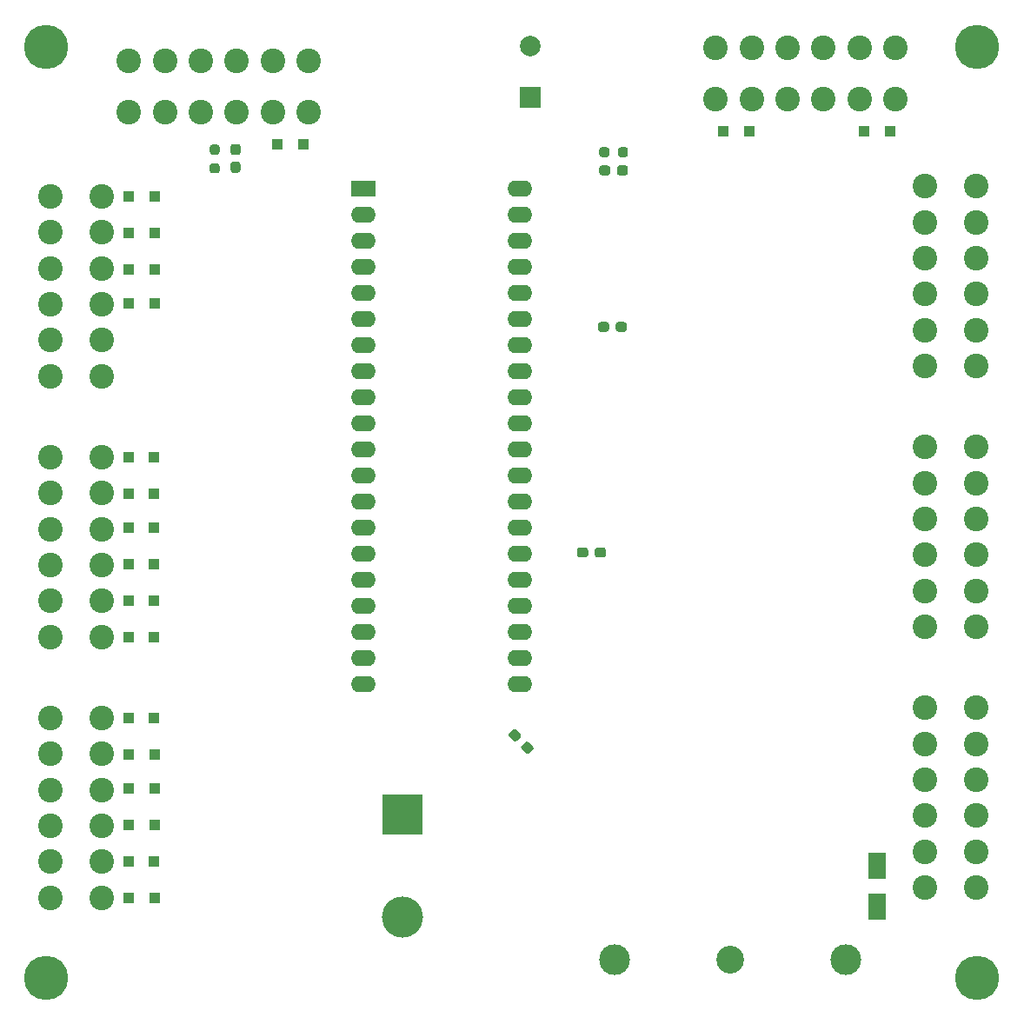
<source format=gbs>
%TF.GenerationSoftware,KiCad,Pcbnew,5.1.9+dfsg1-1*%
%TF.CreationDate,2021-12-02T00:27:29+01:00*%
%TF.ProjectId,RTMPin,52544d50-696e-42e6-9b69-6361645f7063,rev?*%
%TF.SameCoordinates,Original*%
%TF.FileFunction,Soldermask,Bot*%
%TF.FilePolarity,Negative*%
%FSLAX46Y46*%
G04 Gerber Fmt 4.6, Leading zero omitted, Abs format (unit mm)*
G04 Created by KiCad (PCBNEW 5.1.9+dfsg1-1) date 2021-12-02 00:27:29*
%MOMM*%
%LPD*%
G01*
G04 APERTURE LIST*
%ADD10C,4.300000*%
%ADD11C,2.700000*%
%ADD12C,3.000000*%
%ADD13R,1.800000X2.500000*%
%ADD14C,2.400000*%
%ADD15O,2.400000X1.600000*%
%ADD16R,2.400000X1.600000*%
%ADD17R,1.000000X1.000000*%
%ADD18C,4.000000*%
%ADD19R,4.000000X4.000000*%
%ADD20C,2.000000*%
%ADD21R,2.000000X2.000000*%
G04 APERTURE END LIST*
D10*
X84963000Y-45085000D03*
X84963000Y-135763000D03*
X175641000Y-45085000D03*
X175641000Y-135763000D03*
G36*
G01*
X139883000Y-56912500D02*
X139883000Y-57387500D01*
G75*
G02*
X139645500Y-57625000I-237500J0D01*
G01*
X139045500Y-57625000D01*
G75*
G02*
X138808000Y-57387500I0J237500D01*
G01*
X138808000Y-56912500D01*
G75*
G02*
X139045500Y-56675000I237500J0D01*
G01*
X139645500Y-56675000D01*
G75*
G02*
X139883000Y-56912500I0J-237500D01*
G01*
G37*
G36*
G01*
X141608000Y-56912500D02*
X141608000Y-57387500D01*
G75*
G02*
X141370500Y-57625000I-237500J0D01*
G01*
X140770500Y-57625000D01*
G75*
G02*
X140533000Y-57387500I0J237500D01*
G01*
X140533000Y-56912500D01*
G75*
G02*
X140770500Y-56675000I237500J0D01*
G01*
X141370500Y-56675000D01*
G75*
G02*
X141608000Y-56912500I0J-237500D01*
G01*
G37*
G36*
G01*
X131252872Y-113173748D02*
X131588748Y-112837872D01*
G75*
G02*
X131924624Y-112837872I167938J-167938D01*
G01*
X132348888Y-113262136D01*
G75*
G02*
X132348888Y-113598012I-167938J-167938D01*
G01*
X132013012Y-113933888D01*
G75*
G02*
X131677136Y-113933888I-167938J167938D01*
G01*
X131252872Y-113509624D01*
G75*
G02*
X131252872Y-113173748I167938J167938D01*
G01*
G37*
G36*
G01*
X130033112Y-111953988D02*
X130368988Y-111618112D01*
G75*
G02*
X130704864Y-111618112I167938J-167938D01*
G01*
X131129128Y-112042376D01*
G75*
G02*
X131129128Y-112378252I-167938J-167938D01*
G01*
X130793252Y-112714128D01*
G75*
G02*
X130457376Y-112714128I-167938J167938D01*
G01*
X130033112Y-112289864D01*
G75*
G02*
X130033112Y-111953988I167938J167938D01*
G01*
G37*
G36*
G01*
X138374000Y-94598500D02*
X138374000Y-94123500D01*
G75*
G02*
X138611500Y-93886000I237500J0D01*
G01*
X139211500Y-93886000D01*
G75*
G02*
X139449000Y-94123500I0J-237500D01*
G01*
X139449000Y-94598500D01*
G75*
G02*
X139211500Y-94836000I-237500J0D01*
G01*
X138611500Y-94836000D01*
G75*
G02*
X138374000Y-94598500I0J237500D01*
G01*
G37*
G36*
G01*
X136649000Y-94598500D02*
X136649000Y-94123500D01*
G75*
G02*
X136886500Y-93886000I237500J0D01*
G01*
X137486500Y-93886000D01*
G75*
G02*
X137724000Y-94123500I0J-237500D01*
G01*
X137724000Y-94598500D01*
G75*
G02*
X137486500Y-94836000I-237500J0D01*
G01*
X136886500Y-94836000D01*
G75*
G02*
X136649000Y-94598500I0J237500D01*
G01*
G37*
G36*
G01*
X140406000Y-72627500D02*
X140406000Y-72152500D01*
G75*
G02*
X140643500Y-71915000I237500J0D01*
G01*
X141243500Y-71915000D01*
G75*
G02*
X141481000Y-72152500I0J-237500D01*
G01*
X141481000Y-72627500D01*
G75*
G02*
X141243500Y-72865000I-237500J0D01*
G01*
X140643500Y-72865000D01*
G75*
G02*
X140406000Y-72627500I0J237500D01*
G01*
G37*
G36*
G01*
X138681000Y-72627500D02*
X138681000Y-72152500D01*
G75*
G02*
X138918500Y-71915000I237500J0D01*
G01*
X139518500Y-71915000D01*
G75*
G02*
X139756000Y-72152500I0J-237500D01*
G01*
X139756000Y-72627500D01*
G75*
G02*
X139518500Y-72865000I-237500J0D01*
G01*
X138918500Y-72865000D01*
G75*
G02*
X138681000Y-72627500I0J237500D01*
G01*
G37*
D11*
X151585000Y-133985000D03*
D12*
X162835000Y-133985000D03*
X140335000Y-133985000D03*
D13*
X165862000Y-124873000D03*
X165862000Y-128873000D03*
D14*
X150140000Y-50212000D03*
X157140000Y-50212000D03*
X164140000Y-50212000D03*
X153640000Y-45212000D03*
X160640000Y-45212000D03*
X167640000Y-45212000D03*
X153640000Y-50212000D03*
X160640000Y-50212000D03*
X167640000Y-50212000D03*
X150140000Y-45212000D03*
X157140000Y-45212000D03*
X164140000Y-45212000D03*
D15*
X131064000Y-58928000D03*
X115824000Y-107188000D03*
X131064000Y-61468000D03*
X115824000Y-104648000D03*
X131064000Y-64008000D03*
X115824000Y-102108000D03*
X131064000Y-66548000D03*
X115824000Y-99568000D03*
X131064000Y-69088000D03*
X115824000Y-97028000D03*
X131064000Y-71628000D03*
X115824000Y-94488000D03*
X131064000Y-74168000D03*
X115824000Y-91948000D03*
X131064000Y-76708000D03*
X115824000Y-89408000D03*
X131064000Y-79248000D03*
X115824000Y-86868000D03*
X131064000Y-81788000D03*
X115824000Y-84328000D03*
X131064000Y-84328000D03*
X115824000Y-81788000D03*
X131064000Y-86868000D03*
X115824000Y-79248000D03*
X131064000Y-89408000D03*
X115824000Y-76708000D03*
X131064000Y-91948000D03*
X115824000Y-74168000D03*
X131064000Y-94488000D03*
X115824000Y-71628000D03*
X131064000Y-97028000D03*
X115824000Y-69088000D03*
X131064000Y-99568000D03*
X115824000Y-66548000D03*
X131064000Y-102108000D03*
X115824000Y-64008000D03*
X131064000Y-104648000D03*
X115824000Y-61468000D03*
X131064000Y-107188000D03*
D16*
X115824000Y-58928000D03*
G36*
G01*
X140633000Y-55609500D02*
X140633000Y-55134500D01*
G75*
G02*
X140870500Y-54897000I237500J0D01*
G01*
X141370500Y-54897000D01*
G75*
G02*
X141608000Y-55134500I0J-237500D01*
G01*
X141608000Y-55609500D01*
G75*
G02*
X141370500Y-55847000I-237500J0D01*
G01*
X140870500Y-55847000D01*
G75*
G02*
X140633000Y-55609500I0J237500D01*
G01*
G37*
G36*
G01*
X138808000Y-55609500D02*
X138808000Y-55134500D01*
G75*
G02*
X139045500Y-54897000I237500J0D01*
G01*
X139545500Y-54897000D01*
G75*
G02*
X139783000Y-55134500I0J-237500D01*
G01*
X139783000Y-55609500D01*
G75*
G02*
X139545500Y-55847000I-237500J0D01*
G01*
X139045500Y-55847000D01*
G75*
G02*
X138808000Y-55609500I0J237500D01*
G01*
G37*
G36*
G01*
X101108500Y-56455500D02*
X101583500Y-56455500D01*
G75*
G02*
X101821000Y-56693000I0J-237500D01*
G01*
X101821000Y-57193000D01*
G75*
G02*
X101583500Y-57430500I-237500J0D01*
G01*
X101108500Y-57430500D01*
G75*
G02*
X100871000Y-57193000I0J237500D01*
G01*
X100871000Y-56693000D01*
G75*
G02*
X101108500Y-56455500I237500J0D01*
G01*
G37*
G36*
G01*
X101108500Y-54630500D02*
X101583500Y-54630500D01*
G75*
G02*
X101821000Y-54868000I0J-237500D01*
G01*
X101821000Y-55368000D01*
G75*
G02*
X101583500Y-55605500I-237500J0D01*
G01*
X101108500Y-55605500D01*
G75*
G02*
X100871000Y-55368000I0J237500D01*
G01*
X100871000Y-54868000D01*
G75*
G02*
X101108500Y-54630500I237500J0D01*
G01*
G37*
D14*
X90344000Y-77190000D03*
X90344000Y-70190000D03*
X90344000Y-63190000D03*
X85344000Y-73690000D03*
X85344000Y-66690000D03*
X85344000Y-59690000D03*
X90344000Y-73690000D03*
X90344000Y-66690000D03*
X90344000Y-59690000D03*
X85344000Y-77190000D03*
X85344000Y-70190000D03*
X85344000Y-63190000D03*
X170514000Y-109500000D03*
X170514000Y-116500000D03*
X170514000Y-123500000D03*
X175514000Y-113000000D03*
X175514000Y-120000000D03*
X175514000Y-127000000D03*
X170514000Y-113000000D03*
X170514000Y-120000000D03*
X170514000Y-127000000D03*
X175514000Y-109500000D03*
X175514000Y-116500000D03*
X175514000Y-123500000D03*
X170514000Y-84100000D03*
X170514000Y-91100000D03*
X170514000Y-98100000D03*
X175514000Y-87600000D03*
X175514000Y-94600000D03*
X175514000Y-101600000D03*
X170514000Y-87600000D03*
X170514000Y-94600000D03*
X170514000Y-101600000D03*
X175514000Y-84100000D03*
X175514000Y-91100000D03*
X175514000Y-98100000D03*
X90344000Y-102590000D03*
X90344000Y-95590000D03*
X90344000Y-88590000D03*
X85344000Y-99090000D03*
X85344000Y-92090000D03*
X85344000Y-85090000D03*
X90344000Y-99090000D03*
X90344000Y-92090000D03*
X90344000Y-85090000D03*
X85344000Y-102590000D03*
X85344000Y-95590000D03*
X85344000Y-88590000D03*
X170514000Y-58700000D03*
X170514000Y-65700000D03*
X170514000Y-72700000D03*
X175514000Y-62200000D03*
X175514000Y-69200000D03*
X175514000Y-76200000D03*
X170514000Y-62200000D03*
X170514000Y-69200000D03*
X170514000Y-76200000D03*
X175514000Y-58700000D03*
X175514000Y-65700000D03*
X175514000Y-72700000D03*
X90344000Y-127990000D03*
X90344000Y-120990000D03*
X90344000Y-113990000D03*
X85344000Y-124490000D03*
X85344000Y-117490000D03*
X85344000Y-110490000D03*
X90344000Y-124490000D03*
X90344000Y-117490000D03*
X90344000Y-110490000D03*
X85344000Y-127990000D03*
X85344000Y-120990000D03*
X85344000Y-113990000D03*
X92990000Y-51482000D03*
X99990000Y-51482000D03*
X106990000Y-51482000D03*
X96490000Y-46482000D03*
X103490000Y-46482000D03*
X110490000Y-46482000D03*
X96490000Y-51482000D03*
X103490000Y-51482000D03*
X110490000Y-51482000D03*
X92990000Y-46482000D03*
X99990000Y-46482000D03*
X106990000Y-46482000D03*
D17*
X95484000Y-70104000D03*
X92984000Y-70104000D03*
X95484000Y-66802000D03*
X92984000Y-66802000D03*
X95504000Y-63246000D03*
X93004000Y-63246000D03*
X95504000Y-59690000D03*
X93004000Y-59690000D03*
X150916000Y-53340000D03*
X153416000Y-53340000D03*
X164632000Y-53340000D03*
X167132000Y-53340000D03*
X95464000Y-102616000D03*
X92964000Y-102616000D03*
X95464000Y-99060000D03*
X92964000Y-99060000D03*
X95464000Y-95504000D03*
X92964000Y-95504000D03*
X95464000Y-91948000D03*
X92964000Y-91948000D03*
X95464000Y-88646000D03*
X92964000Y-88646000D03*
X95464000Y-85090000D03*
X92964000Y-85090000D03*
X95484000Y-128016000D03*
X92984000Y-128016000D03*
X95464000Y-124460000D03*
X92964000Y-124460000D03*
X95484000Y-120904000D03*
X92984000Y-120904000D03*
X95484000Y-117348000D03*
X92984000Y-117348000D03*
X95484000Y-114046000D03*
X92984000Y-114046000D03*
X95464000Y-110490000D03*
X92964000Y-110490000D03*
X107482000Y-54610000D03*
X109982000Y-54610000D03*
D18*
X119634000Y-129888000D03*
D19*
X119634000Y-119888000D03*
D20*
X132080000Y-45038000D03*
D21*
X132080000Y-50038000D03*
G36*
G01*
X103140500Y-56305500D02*
X103615500Y-56305500D01*
G75*
G02*
X103853000Y-56543000I0J-237500D01*
G01*
X103853000Y-57143000D01*
G75*
G02*
X103615500Y-57380500I-237500J0D01*
G01*
X103140500Y-57380500D01*
G75*
G02*
X102903000Y-57143000I0J237500D01*
G01*
X102903000Y-56543000D01*
G75*
G02*
X103140500Y-56305500I237500J0D01*
G01*
G37*
G36*
G01*
X103140500Y-54580500D02*
X103615500Y-54580500D01*
G75*
G02*
X103853000Y-54818000I0J-237500D01*
G01*
X103853000Y-55418000D01*
G75*
G02*
X103615500Y-55655500I-237500J0D01*
G01*
X103140500Y-55655500D01*
G75*
G02*
X102903000Y-55418000I0J237500D01*
G01*
X102903000Y-54818000D01*
G75*
G02*
X103140500Y-54580500I237500J0D01*
G01*
G37*
M02*

</source>
